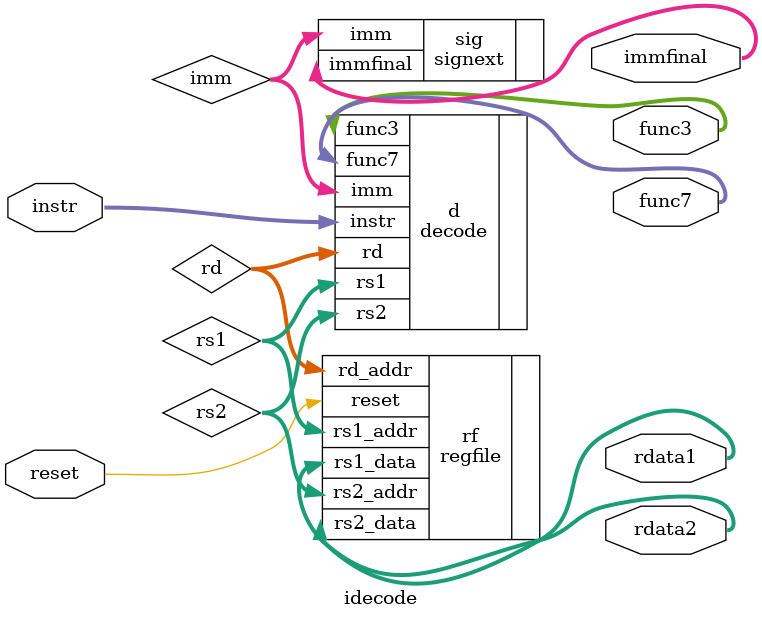
<source format=sv>
module idecode(
    input logic reset,
    input logic [31:0] instr,
    output logic [2:0] func3,       
    output logic [6:0] func7,        // func7 is 7 bits
    output logic [31:0] immfinal,   
    output logic [4:0] rdata1, rdata2
);
    logic [11:0] imm;
    logic [4:0] rd, rs1, rs2;

    // Instantiate the decoder module
    decode d (
        .instr(instr),
        .rd(rd),
        .rs1(rs1),
        .rs2(rs2),
		  .imm(imm),
     
        .func3(func3),    // Connect func3
        .func7(func7)     // Connect func7
    );

    // Instantiate the register file module
    regfile rf (
        .rd_addr(rd),
        .rs1_addr(rs1),
        .rs2_addr(rs2),
        .reset(reset),
        .rs1_data(rdata1),
        .rs2_data(rdata2)
    );

    // Instantiate the sign extension module
    signext sig (
        .imm(imm),
        .immfinal(immfinal)
    );
endmodule
</source>
